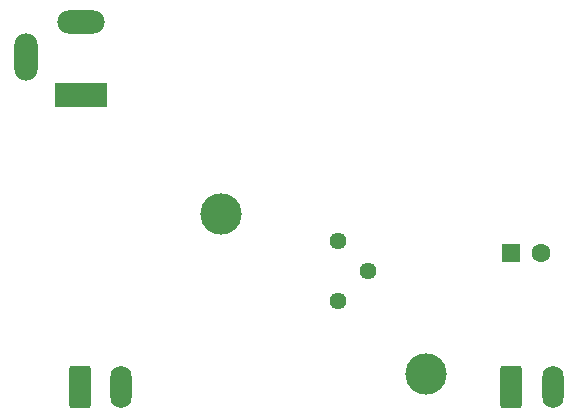
<source format=gbs>
G04 #@! TF.GenerationSoftware,KiCad,Pcbnew,8.0.5*
G04 #@! TF.CreationDate,2025-01-03T23:13:30-05:00*
G04 #@! TF.ProjectId,PierogiNixiePSU,50696572-6f67-4694-9e69-786965505355,rev?*
G04 #@! TF.SameCoordinates,Original*
G04 #@! TF.FileFunction,Soldermask,Bot*
G04 #@! TF.FilePolarity,Negative*
%FSLAX46Y46*%
G04 Gerber Fmt 4.6, Leading zero omitted, Abs format (unit mm)*
G04 Created by KiCad (PCBNEW 8.0.5) date 2025-01-03 23:13:30*
%MOMM*%
%LPD*%
G01*
G04 APERTURE LIST*
G04 Aperture macros list*
%AMRoundRect*
0 Rectangle with rounded corners*
0 $1 Rounding radius*
0 $2 $3 $4 $5 $6 $7 $8 $9 X,Y pos of 4 corners*
0 Add a 4 corners polygon primitive as box body*
4,1,4,$2,$3,$4,$5,$6,$7,$8,$9,$2,$3,0*
0 Add four circle primitives for the rounded corners*
1,1,$1+$1,$2,$3*
1,1,$1+$1,$4,$5*
1,1,$1+$1,$6,$7*
1,1,$1+$1,$8,$9*
0 Add four rect primitives between the rounded corners*
20,1,$1+$1,$2,$3,$4,$5,0*
20,1,$1+$1,$4,$5,$6,$7,0*
20,1,$1+$1,$6,$7,$8,$9,0*
20,1,$1+$1,$8,$9,$2,$3,0*%
G04 Aperture macros list end*
%ADD10C,3.500000*%
%ADD11RoundRect,0.250000X-0.650000X-1.550000X0.650000X-1.550000X0.650000X1.550000X-0.650000X1.550000X0*%
%ADD12O,1.800000X3.600000*%
%ADD13R,4.500000X2.000000*%
%ADD14O,4.000000X2.000000*%
%ADD15O,2.000000X4.000000*%
%ADD16R,1.600000X1.600000*%
%ADD17C,1.600000*%
%ADD18C,1.440000*%
G04 APERTURE END LIST*
D10*
X56455000Y-53225000D03*
X39155000Y-39675000D03*
D11*
X27190000Y-54340000D03*
D12*
X30690000Y-54340000D03*
D13*
X27275000Y-29625000D03*
D14*
X27275000Y-23425000D03*
D15*
X22575000Y-26425000D03*
D11*
X63710000Y-54340000D03*
D12*
X67210000Y-54340000D03*
D16*
X63709759Y-43025000D03*
D17*
X66209759Y-43025000D03*
D18*
X49035000Y-47085000D03*
X51575000Y-44545000D03*
X49035000Y-42005000D03*
M02*

</source>
